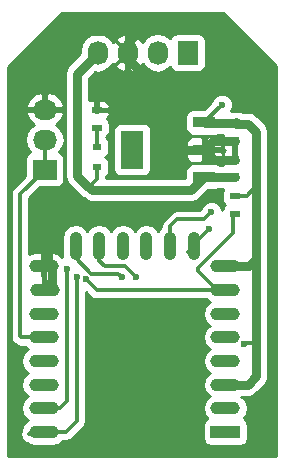
<source format=gbr>
G04 #@! TF.FileFunction,Copper,L1,Top,Signal*
%FSLAX46Y46*%
G04 Gerber Fmt 4.6, Leading zero omitted, Abs format (unit mm)*
G04 Created by KiCad (PCBNEW 4.0.4+e1-6308~48~ubuntu16.04.1-stable) date Tue Nov 22 20:54:20 2016*
%MOMM*%
%LPD*%
G01*
G04 APERTURE LIST*
%ADD10C,0.100000*%
%ADD11R,2.500000X1.100000*%
%ADD12O,2.500000X1.100000*%
%ADD13O,1.100000X2.400000*%
%ADD14R,1.900000X0.950000*%
%ADD15R,1.900000X3.250000*%
%ADD16R,0.750000X0.800000*%
%ADD17R,0.800000X0.600000*%
%ADD18R,1.727200X2.032000*%
%ADD19O,1.727200X2.032000*%
%ADD20R,0.900000X0.500000*%
%ADD21R,2.032000X1.727200*%
%ADD22O,2.032000X1.727200*%
%ADD23C,0.600000*%
%ADD24C,0.760000*%
%ADD25C,0.350000*%
%ADD26C,0.300000*%
%ADD27C,0.254000*%
G04 APERTURE END LIST*
D10*
D11*
X166000000Y-92300000D03*
D12*
X166000000Y-90300000D03*
X166000000Y-88300000D03*
X166000000Y-86300000D03*
X166000000Y-84300000D03*
X166000000Y-82300000D03*
X166000000Y-80300000D03*
X166000000Y-78300000D03*
D13*
X163310000Y-76550000D03*
X161310000Y-76550000D03*
X159310000Y-76550000D03*
X157310000Y-76550000D03*
X155310000Y-76550000D03*
X153310000Y-76550000D03*
D12*
X150600000Y-78300000D03*
X150700000Y-80300000D03*
X150600000Y-82300000D03*
X150600000Y-84300000D03*
X150600000Y-86300000D03*
X150600000Y-88300000D03*
X150600000Y-90300000D03*
X150600000Y-92300000D03*
D14*
X164200000Y-68400000D03*
X164200000Y-66100000D03*
X164200000Y-70700000D03*
D15*
X158100000Y-68400000D03*
D16*
X166800000Y-70750000D03*
X166800000Y-69250000D03*
X166800000Y-66150000D03*
X166800000Y-67650000D03*
D17*
X155100000Y-68150000D03*
X155100000Y-69850000D03*
D18*
X162800000Y-60200000D03*
D19*
X160260000Y-60200000D03*
X157720000Y-60200000D03*
X155180000Y-60200000D03*
D20*
X155100000Y-66550000D03*
X155100000Y-65050000D03*
X166800000Y-72350000D03*
X166800000Y-73850000D03*
D21*
X150700000Y-70100000D03*
D22*
X150700000Y-67560000D03*
X150700000Y-65020000D03*
D23*
X168000000Y-61600000D03*
X151000000Y-74900000D03*
X167600000Y-84900000D03*
X165700000Y-64600000D03*
X164600000Y-75100000D03*
X158400000Y-79200000D03*
X157200000Y-79200000D03*
X164800000Y-73700000D03*
X154200000Y-79400000D03*
X152600000Y-78500000D03*
X153400000Y-79200000D03*
D24*
X154450000Y-71550000D02*
X154350000Y-71550000D01*
X154350000Y-71550000D02*
X153400000Y-70600000D01*
X153400000Y-70600000D02*
X153400000Y-61980000D01*
X153400000Y-61980000D02*
X155180000Y-60200000D01*
D25*
X155100000Y-69850000D02*
X155100000Y-70900000D01*
X155100000Y-70900000D02*
X154450000Y-71550000D01*
D24*
X164200000Y-70700000D02*
X164250000Y-70750000D01*
X164250000Y-70750000D02*
X166800000Y-70750000D01*
X154450000Y-71550000D02*
X154700000Y-71800000D01*
X154700000Y-71800000D02*
X163100000Y-71800000D01*
X163100000Y-71800000D02*
X164200000Y-70700000D01*
X157720000Y-60200000D02*
X157720000Y-60720000D01*
X157720000Y-60720000D02*
X161200000Y-64200000D01*
X162200000Y-68400000D02*
X164200000Y-68400000D01*
X161200000Y-67400000D02*
X162200000Y-68400000D01*
X161200000Y-64200000D02*
X161200000Y-67400000D01*
D25*
X155100000Y-65050000D02*
X155100000Y-62820000D01*
X155100000Y-62820000D02*
X157720000Y-60200000D01*
D24*
X157720000Y-60200000D02*
X157720000Y-59280000D01*
X157720000Y-59280000D02*
X159400000Y-57600000D01*
X164000000Y-57600000D02*
X168000000Y-61600000D01*
X159400000Y-57600000D02*
X164000000Y-57600000D01*
D25*
X150700000Y-65020000D02*
X150700000Y-60700000D01*
X150700000Y-60700000D02*
X152800000Y-58600000D01*
X152800000Y-58600000D02*
X156120000Y-58600000D01*
X156120000Y-58600000D02*
X157720000Y-60200000D01*
D24*
X151300000Y-80300000D02*
X151300000Y-78300000D01*
X151300000Y-78300000D02*
X151000000Y-78000000D01*
X151000000Y-78000000D02*
X151000000Y-74900000D01*
X164200000Y-68400000D02*
X165050000Y-69250000D01*
X165050000Y-69250000D02*
X166800000Y-69250000D01*
X164200000Y-68400000D02*
X164950000Y-67650000D01*
X164950000Y-67650000D02*
X166800000Y-67650000D01*
D26*
X167700000Y-84800000D02*
X168600000Y-84800000D01*
X167600000Y-84900000D02*
X167700000Y-84800000D01*
D25*
X166800000Y-72350000D02*
X166850000Y-72300000D01*
X166850000Y-72300000D02*
X167800000Y-72300000D01*
X167800000Y-72300000D02*
X168600000Y-71500000D01*
D24*
X168600000Y-77700000D02*
X168600000Y-71500000D01*
X168600000Y-71500000D02*
X168600000Y-67100000D01*
X167900000Y-66200000D02*
X166850000Y-66200000D01*
X168600000Y-66900000D02*
X167900000Y-66200000D01*
X168600000Y-67100000D02*
X168600000Y-66900000D01*
X166850000Y-66200000D02*
X166800000Y-66150000D01*
D25*
X165700000Y-64600000D02*
X164200000Y-66100000D01*
D24*
X168600000Y-77500000D02*
X168600000Y-84800000D01*
X168600000Y-84800000D02*
X168600000Y-87350000D01*
X167900000Y-88300000D02*
X165300000Y-88300000D01*
X168600000Y-87600000D02*
X167900000Y-88300000D01*
X168600000Y-87350000D02*
X168600000Y-87600000D01*
X165300000Y-78300000D02*
X168000000Y-78300000D01*
X168600000Y-77700000D02*
X168600000Y-77500000D01*
X168000000Y-78300000D02*
X168600000Y-77700000D01*
X166850000Y-66100000D02*
X166800000Y-66150000D01*
X164200000Y-66100000D02*
X164250000Y-66150000D01*
X164250000Y-66150000D02*
X166800000Y-66150000D01*
X165300000Y-88300000D02*
X165400000Y-88400000D01*
D26*
X164600000Y-75100000D02*
X163310000Y-76390000D01*
X163310000Y-76390000D02*
X163310000Y-76550000D01*
X162800000Y-77060000D02*
X163310000Y-76550000D01*
X155310000Y-77810000D02*
X155310000Y-76550000D01*
X155800000Y-78300000D02*
X155310000Y-77810000D01*
X157500000Y-78300000D02*
X155800000Y-78300000D01*
X158400000Y-79200000D02*
X157500000Y-78300000D01*
X155500000Y-76740000D02*
X155310000Y-76550000D01*
X155310000Y-76550000D02*
X155200000Y-76440000D01*
X153310000Y-76550000D02*
X153310000Y-77610000D01*
X153310000Y-77610000D02*
X154600000Y-78900000D01*
X156900000Y-78900000D02*
X157200000Y-79200000D01*
X154600000Y-78900000D02*
X156900000Y-78900000D01*
X153500000Y-76740000D02*
X153310000Y-76550000D01*
X161310000Y-74890000D02*
X161310000Y-76550000D01*
X161900000Y-74300000D02*
X161310000Y-74890000D01*
X164200000Y-74300000D02*
X161900000Y-74300000D01*
X164800000Y-73700000D02*
X164200000Y-74300000D01*
X161310000Y-76550000D02*
X161100000Y-76760000D01*
X161310000Y-76550000D02*
X161300000Y-76540000D01*
X165300000Y-80300000D02*
X155100000Y-80300000D01*
X155100000Y-80300000D02*
X154200000Y-79400000D01*
D25*
X165300000Y-80300000D02*
X163700000Y-78700000D01*
X166600000Y-75500000D02*
X166600000Y-74050000D01*
X163700000Y-78400000D02*
X166600000Y-75500000D01*
X163700000Y-78700000D02*
X163700000Y-78400000D01*
X166600000Y-74050000D02*
X166800000Y-73850000D01*
X155100000Y-66550000D02*
X155100000Y-68150000D01*
D26*
X150700000Y-70100000D02*
X150700000Y-67560000D01*
X151300000Y-84300000D02*
X148700000Y-84300000D01*
X148600000Y-72200000D02*
X150700000Y-70100000D01*
X148600000Y-84200000D02*
X148600000Y-72200000D01*
X148700000Y-84300000D02*
X148600000Y-84200000D01*
X151300000Y-90300000D02*
X152000000Y-90300000D01*
X152600000Y-89700000D02*
X152600000Y-78500000D01*
X152000000Y-90300000D02*
X152600000Y-89700000D01*
X151400000Y-90200000D02*
X151300000Y-90300000D01*
X151300000Y-92300000D02*
X152500000Y-92300000D01*
X153400000Y-91400000D02*
X153400000Y-79200000D01*
X152500000Y-92300000D02*
X153400000Y-91400000D01*
X151400000Y-92400000D02*
X151300000Y-92300000D01*
X151300000Y-92300000D02*
X151100000Y-92500000D01*
X151100000Y-92500000D02*
X149400000Y-92500000D01*
D27*
G36*
X170290000Y-61294091D02*
X170290000Y-94373000D01*
X147610000Y-94373000D01*
X147610000Y-72200000D01*
X147815000Y-72200000D01*
X147815000Y-84200000D01*
X147874755Y-84500407D01*
X148044921Y-84755079D01*
X148144921Y-84855079D01*
X148399593Y-85025245D01*
X148700000Y-85085000D01*
X148989788Y-85085000D01*
X149025149Y-85137922D01*
X149267717Y-85300000D01*
X149025149Y-85462078D01*
X148768274Y-85846520D01*
X148678071Y-86300000D01*
X148768274Y-86753480D01*
X149025149Y-87137922D01*
X149267717Y-87300000D01*
X149025149Y-87462078D01*
X148768274Y-87846520D01*
X148678071Y-88300000D01*
X148768274Y-88753480D01*
X149025149Y-89137922D01*
X149267717Y-89300000D01*
X149025149Y-89462078D01*
X148768274Y-89846520D01*
X148678071Y-90300000D01*
X148768274Y-90753480D01*
X149025149Y-91137922D01*
X149267717Y-91300000D01*
X149025149Y-91462078D01*
X148768274Y-91846520D01*
X148707914Y-92149967D01*
X148674755Y-92199594D01*
X148615000Y-92500000D01*
X148674755Y-92800406D01*
X148844921Y-93055079D01*
X149099594Y-93225245D01*
X149179679Y-93241175D01*
X149409591Y-93394797D01*
X149863071Y-93485000D01*
X151336929Y-93485000D01*
X151790409Y-93394797D01*
X152174851Y-93137922D01*
X152210212Y-93085000D01*
X152500000Y-93085000D01*
X152800407Y-93025245D01*
X153055079Y-92855079D01*
X153955079Y-91955079D01*
X154125245Y-91700407D01*
X154185000Y-91400000D01*
X154185000Y-80495158D01*
X154544921Y-80855079D01*
X154799593Y-81025245D01*
X155100000Y-81085000D01*
X164389788Y-81085000D01*
X164425149Y-81137922D01*
X164667717Y-81300000D01*
X164425149Y-81462078D01*
X164168274Y-81846520D01*
X164078071Y-82300000D01*
X164168274Y-82753480D01*
X164425149Y-83137922D01*
X164667717Y-83300000D01*
X164425149Y-83462078D01*
X164168274Y-83846520D01*
X164078071Y-84300000D01*
X164168274Y-84753480D01*
X164425149Y-85137922D01*
X164667717Y-85300000D01*
X164425149Y-85462078D01*
X164168274Y-85846520D01*
X164078071Y-86300000D01*
X164168274Y-86753480D01*
X164425149Y-87137922D01*
X164667717Y-87300000D01*
X164425149Y-87462078D01*
X164168274Y-87846520D01*
X164078071Y-88300000D01*
X164168274Y-88753480D01*
X164425149Y-89137922D01*
X164667717Y-89300000D01*
X164425149Y-89462078D01*
X164168274Y-89846520D01*
X164078071Y-90300000D01*
X164168274Y-90753480D01*
X164425149Y-91137922D01*
X164475871Y-91171813D01*
X164298559Y-91285910D01*
X164153569Y-91498110D01*
X164102560Y-91750000D01*
X164102560Y-92850000D01*
X164146838Y-93085317D01*
X164285910Y-93301441D01*
X164498110Y-93446431D01*
X164750000Y-93497440D01*
X167250000Y-93497440D01*
X167485317Y-93453162D01*
X167701441Y-93314090D01*
X167846431Y-93101890D01*
X167897440Y-92850000D01*
X167897440Y-91750000D01*
X167853162Y-91514683D01*
X167714090Y-91298559D01*
X167526385Y-91170306D01*
X167574851Y-91137922D01*
X167831726Y-90753480D01*
X167921929Y-90300000D01*
X167831726Y-89846520D01*
X167574851Y-89462078D01*
X167354732Y-89315000D01*
X167900000Y-89315000D01*
X168288424Y-89237738D01*
X168617713Y-89017713D01*
X169317713Y-88317714D01*
X169537738Y-87988424D01*
X169565964Y-87846520D01*
X169615000Y-87600000D01*
X169615000Y-66900000D01*
X169537738Y-66511576D01*
X169469849Y-66409973D01*
X169317713Y-66182286D01*
X168617713Y-65482287D01*
X168288424Y-65262262D01*
X167900000Y-65185000D01*
X167472891Y-65185000D01*
X167426890Y-65153569D01*
X167175000Y-65102560D01*
X166938280Y-65102560D01*
X166850000Y-65085000D01*
X166761720Y-65102560D01*
X166503722Y-65102560D01*
X166634838Y-64786799D01*
X166635162Y-64414833D01*
X166493117Y-64071057D01*
X166230327Y-63807808D01*
X165886799Y-63665162D01*
X165514833Y-63664838D01*
X165171057Y-63806883D01*
X164907808Y-64069673D01*
X164782116Y-64372371D01*
X164176928Y-64977560D01*
X163250000Y-64977560D01*
X163014683Y-65021838D01*
X162798559Y-65160910D01*
X162653569Y-65373110D01*
X162602560Y-65625000D01*
X162602560Y-66575000D01*
X162646838Y-66810317D01*
X162785910Y-67026441D01*
X162998110Y-67171431D01*
X163250000Y-67222440D01*
X165150000Y-67222440D01*
X165385317Y-67178162D01*
X165405771Y-67165000D01*
X165790000Y-67165000D01*
X165790000Y-67364250D01*
X165948750Y-67523000D01*
X166673000Y-67523000D01*
X166673000Y-67503000D01*
X166927000Y-67503000D01*
X166927000Y-67523000D01*
X166947000Y-67523000D01*
X166947000Y-67777000D01*
X166927000Y-67777000D01*
X166927000Y-69123000D01*
X166947000Y-69123000D01*
X166947000Y-69377000D01*
X166927000Y-69377000D01*
X166927000Y-69397000D01*
X166673000Y-69397000D01*
X166673000Y-69377000D01*
X165948750Y-69377000D01*
X165790000Y-69535750D01*
X165790000Y-69735000D01*
X165557657Y-69735000D01*
X165401890Y-69628569D01*
X165150000Y-69577560D01*
X163250000Y-69577560D01*
X163014683Y-69621838D01*
X162798559Y-69760910D01*
X162653569Y-69973110D01*
X162602560Y-70225000D01*
X162602560Y-70785000D01*
X155910000Y-70785000D01*
X155910000Y-70640757D01*
X155951441Y-70614090D01*
X156096431Y-70401890D01*
X156147440Y-70150000D01*
X156147440Y-69550000D01*
X156103162Y-69314683D01*
X155964090Y-69098559D01*
X155818917Y-68999367D01*
X155951441Y-68914090D01*
X156096431Y-68701890D01*
X156147440Y-68450000D01*
X156147440Y-67850000D01*
X156103162Y-67614683D01*
X155964090Y-67398559D01*
X155910000Y-67361601D01*
X155910000Y-67322931D01*
X156001441Y-67264090D01*
X156146431Y-67051890D01*
X156197440Y-66800000D01*
X156197440Y-66775000D01*
X156502560Y-66775000D01*
X156502560Y-70025000D01*
X156546838Y-70260317D01*
X156685910Y-70476441D01*
X156898110Y-70621431D01*
X157150000Y-70672440D01*
X159050000Y-70672440D01*
X159285317Y-70628162D01*
X159501441Y-70489090D01*
X159646431Y-70276890D01*
X159697440Y-70025000D01*
X159697440Y-68685750D01*
X162615000Y-68685750D01*
X162615000Y-69001309D01*
X162711673Y-69234698D01*
X162890301Y-69413327D01*
X163123690Y-69510000D01*
X163914250Y-69510000D01*
X164073000Y-69351250D01*
X164073000Y-68527000D01*
X164327000Y-68527000D01*
X164327000Y-69351250D01*
X164485750Y-69510000D01*
X165276310Y-69510000D01*
X165509699Y-69413327D01*
X165688327Y-69234698D01*
X165785000Y-69001309D01*
X165785000Y-68685750D01*
X165626250Y-68527000D01*
X164327000Y-68527000D01*
X164073000Y-68527000D01*
X162773750Y-68527000D01*
X162615000Y-68685750D01*
X159697440Y-68685750D01*
X159697440Y-67798691D01*
X162615000Y-67798691D01*
X162615000Y-68114250D01*
X162773750Y-68273000D01*
X164073000Y-68273000D01*
X164073000Y-67448750D01*
X164327000Y-67448750D01*
X164327000Y-68273000D01*
X165626250Y-68273000D01*
X165785000Y-68114250D01*
X165785000Y-67935750D01*
X165790000Y-67935750D01*
X165790000Y-68176309D01*
X165886673Y-68409698D01*
X165926975Y-68450000D01*
X165886673Y-68490302D01*
X165790000Y-68723691D01*
X165790000Y-68964250D01*
X165948750Y-69123000D01*
X166673000Y-69123000D01*
X166673000Y-67777000D01*
X165948750Y-67777000D01*
X165790000Y-67935750D01*
X165785000Y-67935750D01*
X165785000Y-67798691D01*
X165688327Y-67565302D01*
X165509699Y-67386673D01*
X165276310Y-67290000D01*
X164485750Y-67290000D01*
X164327000Y-67448750D01*
X164073000Y-67448750D01*
X163914250Y-67290000D01*
X163123690Y-67290000D01*
X162890301Y-67386673D01*
X162711673Y-67565302D01*
X162615000Y-67798691D01*
X159697440Y-67798691D01*
X159697440Y-66775000D01*
X159653162Y-66539683D01*
X159514090Y-66323559D01*
X159301890Y-66178569D01*
X159050000Y-66127560D01*
X157150000Y-66127560D01*
X156914683Y-66171838D01*
X156698559Y-66310910D01*
X156553569Y-66523110D01*
X156502560Y-66775000D01*
X156197440Y-66775000D01*
X156197440Y-66300000D01*
X156153162Y-66064683D01*
X156014090Y-65848559D01*
X155945994Y-65802031D01*
X156088327Y-65659698D01*
X156185000Y-65426309D01*
X156185000Y-65333750D01*
X156026250Y-65175000D01*
X155227000Y-65175000D01*
X155227000Y-65197000D01*
X154973000Y-65197000D01*
X154973000Y-65175000D01*
X154953000Y-65175000D01*
X154953000Y-64925000D01*
X154973000Y-64925000D01*
X154973000Y-64323750D01*
X155227000Y-64323750D01*
X155227000Y-64925000D01*
X156026250Y-64925000D01*
X156185000Y-64766250D01*
X156185000Y-64673691D01*
X156088327Y-64440302D01*
X155909699Y-64261673D01*
X155676310Y-64165000D01*
X155385750Y-64165000D01*
X155227000Y-64323750D01*
X154973000Y-64323750D01*
X154814250Y-64165000D01*
X154523690Y-64165000D01*
X154415000Y-64210021D01*
X154415000Y-62400426D01*
X154973213Y-61842213D01*
X155180000Y-61883345D01*
X155753489Y-61769271D01*
X156239670Y-61444415D01*
X156446461Y-61134931D01*
X156817964Y-61550732D01*
X157345209Y-61804709D01*
X157360974Y-61807358D01*
X157593000Y-61686217D01*
X157593000Y-60327000D01*
X157573000Y-60327000D01*
X157573000Y-60073000D01*
X157593000Y-60073000D01*
X157593000Y-58713783D01*
X157847000Y-58713783D01*
X157847000Y-60073000D01*
X157867000Y-60073000D01*
X157867000Y-60327000D01*
X157847000Y-60327000D01*
X157847000Y-61686217D01*
X158079026Y-61807358D01*
X158094791Y-61804709D01*
X158622036Y-61550732D01*
X158993539Y-61134931D01*
X159200330Y-61444415D01*
X159686511Y-61769271D01*
X160260000Y-61883345D01*
X160833489Y-61769271D01*
X161319670Y-61444415D01*
X161329243Y-61430087D01*
X161333238Y-61451317D01*
X161472310Y-61667441D01*
X161684510Y-61812431D01*
X161936400Y-61863440D01*
X163663600Y-61863440D01*
X163898917Y-61819162D01*
X164115041Y-61680090D01*
X164260031Y-61467890D01*
X164311040Y-61216000D01*
X164311040Y-59184000D01*
X164266762Y-58948683D01*
X164127690Y-58732559D01*
X163915490Y-58587569D01*
X163663600Y-58536560D01*
X161936400Y-58536560D01*
X161701083Y-58580838D01*
X161484959Y-58719910D01*
X161339969Y-58932110D01*
X161331600Y-58973439D01*
X161319670Y-58955585D01*
X160833489Y-58630729D01*
X160260000Y-58516655D01*
X159686511Y-58630729D01*
X159200330Y-58955585D01*
X158993539Y-59265069D01*
X158622036Y-58849268D01*
X158094791Y-58595291D01*
X158079026Y-58592642D01*
X157847000Y-58713783D01*
X157593000Y-58713783D01*
X157360974Y-58592642D01*
X157345209Y-58595291D01*
X156817964Y-58849268D01*
X156446461Y-59265069D01*
X156239670Y-58955585D01*
X155753489Y-58630729D01*
X155180000Y-58516655D01*
X154606511Y-58630729D01*
X154120330Y-58955585D01*
X153795474Y-59441766D01*
X153681400Y-60015255D01*
X153681400Y-60263174D01*
X152682287Y-61262287D01*
X152462262Y-61591576D01*
X152385000Y-61980000D01*
X152385000Y-70600000D01*
X152457324Y-70963600D01*
X152462262Y-70988424D01*
X152682287Y-71317713D01*
X153632287Y-72267713D01*
X153933655Y-72469081D01*
X153982286Y-72517713D01*
X154195193Y-72659973D01*
X154311576Y-72737738D01*
X154700000Y-72815000D01*
X163100000Y-72815000D01*
X163488424Y-72737738D01*
X163817713Y-72517713D01*
X164512986Y-71822440D01*
X165150000Y-71822440D01*
X165385317Y-71778162D01*
X165405771Y-71765000D01*
X165810356Y-71765000D01*
X165753569Y-71848110D01*
X165702560Y-72100000D01*
X165702560Y-72600000D01*
X165746838Y-72835317D01*
X165885910Y-73051441D01*
X165955711Y-73099134D01*
X165898559Y-73135910D01*
X165753569Y-73348110D01*
X165724857Y-73489893D01*
X165593117Y-73171057D01*
X165330327Y-72907808D01*
X164986799Y-72765162D01*
X164614833Y-72764838D01*
X164271057Y-72906883D01*
X164007808Y-73169673D01*
X163865162Y-73513201D01*
X163865160Y-73515000D01*
X161900000Y-73515000D01*
X161599593Y-73574755D01*
X161344921Y-73744921D01*
X160754921Y-74334921D01*
X160584755Y-74589593D01*
X160562165Y-74703162D01*
X160525000Y-74890000D01*
X160525000Y-74990767D01*
X160472078Y-75026128D01*
X160310000Y-75268696D01*
X160147922Y-75026128D01*
X159763480Y-74769253D01*
X159310000Y-74679050D01*
X158856520Y-74769253D01*
X158472078Y-75026128D01*
X158310000Y-75268696D01*
X158147922Y-75026128D01*
X157763480Y-74769253D01*
X157310000Y-74679050D01*
X156856520Y-74769253D01*
X156472078Y-75026128D01*
X156310000Y-75268696D01*
X156147922Y-75026128D01*
X155763480Y-74769253D01*
X155310000Y-74679050D01*
X154856520Y-74769253D01*
X154472078Y-75026128D01*
X154310000Y-75268696D01*
X154147922Y-75026128D01*
X153763480Y-74769253D01*
X153310000Y-74679050D01*
X152856520Y-74769253D01*
X152472078Y-75026128D01*
X152215203Y-75410570D01*
X152125000Y-75864050D01*
X152125000Y-77235950D01*
X152179898Y-77511939D01*
X151870813Y-77253804D01*
X151427000Y-77115000D01*
X150727000Y-77115000D01*
X150727000Y-78173000D01*
X150747000Y-78173000D01*
X150747000Y-78427000D01*
X150727000Y-78427000D01*
X150727000Y-79485000D01*
X150827000Y-79485000D01*
X150827000Y-80173000D01*
X150847000Y-80173000D01*
X150847000Y-80427000D01*
X150827000Y-80427000D01*
X150827000Y-80447000D01*
X150573000Y-80447000D01*
X150573000Y-80427000D01*
X150553000Y-80427000D01*
X150553000Y-80173000D01*
X150573000Y-80173000D01*
X150573000Y-79115000D01*
X150473000Y-79115000D01*
X150473000Y-78427000D01*
X150453000Y-78427000D01*
X150453000Y-78173000D01*
X150473000Y-78173000D01*
X150473000Y-77115000D01*
X149773000Y-77115000D01*
X149385000Y-77236348D01*
X149385000Y-72525158D01*
X150299117Y-71611040D01*
X151716000Y-71611040D01*
X151951317Y-71566762D01*
X152167441Y-71427690D01*
X152312431Y-71215490D01*
X152363440Y-70963600D01*
X152363440Y-69236400D01*
X152319162Y-69001083D01*
X152180090Y-68784959D01*
X151967890Y-68639969D01*
X151926561Y-68631600D01*
X151944415Y-68619670D01*
X152269271Y-68133489D01*
X152383345Y-67560000D01*
X152269271Y-66986511D01*
X151944415Y-66500330D01*
X151634931Y-66293539D01*
X152050732Y-65922036D01*
X152304709Y-65394791D01*
X152307358Y-65379026D01*
X152186217Y-65147000D01*
X150827000Y-65147000D01*
X150827000Y-65167000D01*
X150573000Y-65167000D01*
X150573000Y-65147000D01*
X149213783Y-65147000D01*
X149092642Y-65379026D01*
X149095291Y-65394791D01*
X149349268Y-65922036D01*
X149765069Y-66293539D01*
X149455585Y-66500330D01*
X149130729Y-66986511D01*
X149016655Y-67560000D01*
X149130729Y-68133489D01*
X149455585Y-68619670D01*
X149469913Y-68629243D01*
X149448683Y-68633238D01*
X149232559Y-68772310D01*
X149087569Y-68984510D01*
X149036560Y-69236400D01*
X149036560Y-70653282D01*
X148044921Y-71644921D01*
X147874755Y-71899593D01*
X147846821Y-72040027D01*
X147815000Y-72200000D01*
X147610000Y-72200000D01*
X147610000Y-64660974D01*
X149092642Y-64660974D01*
X149213783Y-64893000D01*
X150573000Y-64893000D01*
X150573000Y-63679076D01*
X150827000Y-63679076D01*
X150827000Y-64893000D01*
X152186217Y-64893000D01*
X152307358Y-64660974D01*
X152304709Y-64645209D01*
X152050732Y-64117964D01*
X151614320Y-63728046D01*
X151061913Y-63534816D01*
X150827000Y-63679076D01*
X150573000Y-63679076D01*
X150338087Y-63534816D01*
X149785680Y-63728046D01*
X149349268Y-64117964D01*
X149095291Y-64645209D01*
X149092642Y-64660974D01*
X147610000Y-64660974D01*
X147610000Y-61394092D01*
X152194092Y-56810000D01*
X165805908Y-56810000D01*
X170290000Y-61294091D01*
X170290000Y-61294091D01*
G37*
X170290000Y-61294091D02*
X170290000Y-94373000D01*
X147610000Y-94373000D01*
X147610000Y-72200000D01*
X147815000Y-72200000D01*
X147815000Y-84200000D01*
X147874755Y-84500407D01*
X148044921Y-84755079D01*
X148144921Y-84855079D01*
X148399593Y-85025245D01*
X148700000Y-85085000D01*
X148989788Y-85085000D01*
X149025149Y-85137922D01*
X149267717Y-85300000D01*
X149025149Y-85462078D01*
X148768274Y-85846520D01*
X148678071Y-86300000D01*
X148768274Y-86753480D01*
X149025149Y-87137922D01*
X149267717Y-87300000D01*
X149025149Y-87462078D01*
X148768274Y-87846520D01*
X148678071Y-88300000D01*
X148768274Y-88753480D01*
X149025149Y-89137922D01*
X149267717Y-89300000D01*
X149025149Y-89462078D01*
X148768274Y-89846520D01*
X148678071Y-90300000D01*
X148768274Y-90753480D01*
X149025149Y-91137922D01*
X149267717Y-91300000D01*
X149025149Y-91462078D01*
X148768274Y-91846520D01*
X148707914Y-92149967D01*
X148674755Y-92199594D01*
X148615000Y-92500000D01*
X148674755Y-92800406D01*
X148844921Y-93055079D01*
X149099594Y-93225245D01*
X149179679Y-93241175D01*
X149409591Y-93394797D01*
X149863071Y-93485000D01*
X151336929Y-93485000D01*
X151790409Y-93394797D01*
X152174851Y-93137922D01*
X152210212Y-93085000D01*
X152500000Y-93085000D01*
X152800407Y-93025245D01*
X153055079Y-92855079D01*
X153955079Y-91955079D01*
X154125245Y-91700407D01*
X154185000Y-91400000D01*
X154185000Y-80495158D01*
X154544921Y-80855079D01*
X154799593Y-81025245D01*
X155100000Y-81085000D01*
X164389788Y-81085000D01*
X164425149Y-81137922D01*
X164667717Y-81300000D01*
X164425149Y-81462078D01*
X164168274Y-81846520D01*
X164078071Y-82300000D01*
X164168274Y-82753480D01*
X164425149Y-83137922D01*
X164667717Y-83300000D01*
X164425149Y-83462078D01*
X164168274Y-83846520D01*
X164078071Y-84300000D01*
X164168274Y-84753480D01*
X164425149Y-85137922D01*
X164667717Y-85300000D01*
X164425149Y-85462078D01*
X164168274Y-85846520D01*
X164078071Y-86300000D01*
X164168274Y-86753480D01*
X164425149Y-87137922D01*
X164667717Y-87300000D01*
X164425149Y-87462078D01*
X164168274Y-87846520D01*
X164078071Y-88300000D01*
X164168274Y-88753480D01*
X164425149Y-89137922D01*
X164667717Y-89300000D01*
X164425149Y-89462078D01*
X164168274Y-89846520D01*
X164078071Y-90300000D01*
X164168274Y-90753480D01*
X164425149Y-91137922D01*
X164475871Y-91171813D01*
X164298559Y-91285910D01*
X164153569Y-91498110D01*
X164102560Y-91750000D01*
X164102560Y-92850000D01*
X164146838Y-93085317D01*
X164285910Y-93301441D01*
X164498110Y-93446431D01*
X164750000Y-93497440D01*
X167250000Y-93497440D01*
X167485317Y-93453162D01*
X167701441Y-93314090D01*
X167846431Y-93101890D01*
X167897440Y-92850000D01*
X167897440Y-91750000D01*
X167853162Y-91514683D01*
X167714090Y-91298559D01*
X167526385Y-91170306D01*
X167574851Y-91137922D01*
X167831726Y-90753480D01*
X167921929Y-90300000D01*
X167831726Y-89846520D01*
X167574851Y-89462078D01*
X167354732Y-89315000D01*
X167900000Y-89315000D01*
X168288424Y-89237738D01*
X168617713Y-89017713D01*
X169317713Y-88317714D01*
X169537738Y-87988424D01*
X169565964Y-87846520D01*
X169615000Y-87600000D01*
X169615000Y-66900000D01*
X169537738Y-66511576D01*
X169469849Y-66409973D01*
X169317713Y-66182286D01*
X168617713Y-65482287D01*
X168288424Y-65262262D01*
X167900000Y-65185000D01*
X167472891Y-65185000D01*
X167426890Y-65153569D01*
X167175000Y-65102560D01*
X166938280Y-65102560D01*
X166850000Y-65085000D01*
X166761720Y-65102560D01*
X166503722Y-65102560D01*
X166634838Y-64786799D01*
X166635162Y-64414833D01*
X166493117Y-64071057D01*
X166230327Y-63807808D01*
X165886799Y-63665162D01*
X165514833Y-63664838D01*
X165171057Y-63806883D01*
X164907808Y-64069673D01*
X164782116Y-64372371D01*
X164176928Y-64977560D01*
X163250000Y-64977560D01*
X163014683Y-65021838D01*
X162798559Y-65160910D01*
X162653569Y-65373110D01*
X162602560Y-65625000D01*
X162602560Y-66575000D01*
X162646838Y-66810317D01*
X162785910Y-67026441D01*
X162998110Y-67171431D01*
X163250000Y-67222440D01*
X165150000Y-67222440D01*
X165385317Y-67178162D01*
X165405771Y-67165000D01*
X165790000Y-67165000D01*
X165790000Y-67364250D01*
X165948750Y-67523000D01*
X166673000Y-67523000D01*
X166673000Y-67503000D01*
X166927000Y-67503000D01*
X166927000Y-67523000D01*
X166947000Y-67523000D01*
X166947000Y-67777000D01*
X166927000Y-67777000D01*
X166927000Y-69123000D01*
X166947000Y-69123000D01*
X166947000Y-69377000D01*
X166927000Y-69377000D01*
X166927000Y-69397000D01*
X166673000Y-69397000D01*
X166673000Y-69377000D01*
X165948750Y-69377000D01*
X165790000Y-69535750D01*
X165790000Y-69735000D01*
X165557657Y-69735000D01*
X165401890Y-69628569D01*
X165150000Y-69577560D01*
X163250000Y-69577560D01*
X163014683Y-69621838D01*
X162798559Y-69760910D01*
X162653569Y-69973110D01*
X162602560Y-70225000D01*
X162602560Y-70785000D01*
X155910000Y-70785000D01*
X155910000Y-70640757D01*
X155951441Y-70614090D01*
X156096431Y-70401890D01*
X156147440Y-70150000D01*
X156147440Y-69550000D01*
X156103162Y-69314683D01*
X155964090Y-69098559D01*
X155818917Y-68999367D01*
X155951441Y-68914090D01*
X156096431Y-68701890D01*
X156147440Y-68450000D01*
X156147440Y-67850000D01*
X156103162Y-67614683D01*
X155964090Y-67398559D01*
X155910000Y-67361601D01*
X155910000Y-67322931D01*
X156001441Y-67264090D01*
X156146431Y-67051890D01*
X156197440Y-66800000D01*
X156197440Y-66775000D01*
X156502560Y-66775000D01*
X156502560Y-70025000D01*
X156546838Y-70260317D01*
X156685910Y-70476441D01*
X156898110Y-70621431D01*
X157150000Y-70672440D01*
X159050000Y-70672440D01*
X159285317Y-70628162D01*
X159501441Y-70489090D01*
X159646431Y-70276890D01*
X159697440Y-70025000D01*
X159697440Y-68685750D01*
X162615000Y-68685750D01*
X162615000Y-69001309D01*
X162711673Y-69234698D01*
X162890301Y-69413327D01*
X163123690Y-69510000D01*
X163914250Y-69510000D01*
X164073000Y-69351250D01*
X164073000Y-68527000D01*
X164327000Y-68527000D01*
X164327000Y-69351250D01*
X164485750Y-69510000D01*
X165276310Y-69510000D01*
X165509699Y-69413327D01*
X165688327Y-69234698D01*
X165785000Y-69001309D01*
X165785000Y-68685750D01*
X165626250Y-68527000D01*
X164327000Y-68527000D01*
X164073000Y-68527000D01*
X162773750Y-68527000D01*
X162615000Y-68685750D01*
X159697440Y-68685750D01*
X159697440Y-67798691D01*
X162615000Y-67798691D01*
X162615000Y-68114250D01*
X162773750Y-68273000D01*
X164073000Y-68273000D01*
X164073000Y-67448750D01*
X164327000Y-67448750D01*
X164327000Y-68273000D01*
X165626250Y-68273000D01*
X165785000Y-68114250D01*
X165785000Y-67935750D01*
X165790000Y-67935750D01*
X165790000Y-68176309D01*
X165886673Y-68409698D01*
X165926975Y-68450000D01*
X165886673Y-68490302D01*
X165790000Y-68723691D01*
X165790000Y-68964250D01*
X165948750Y-69123000D01*
X166673000Y-69123000D01*
X166673000Y-67777000D01*
X165948750Y-67777000D01*
X165790000Y-67935750D01*
X165785000Y-67935750D01*
X165785000Y-67798691D01*
X165688327Y-67565302D01*
X165509699Y-67386673D01*
X165276310Y-67290000D01*
X164485750Y-67290000D01*
X164327000Y-67448750D01*
X164073000Y-67448750D01*
X163914250Y-67290000D01*
X163123690Y-67290000D01*
X162890301Y-67386673D01*
X162711673Y-67565302D01*
X162615000Y-67798691D01*
X159697440Y-67798691D01*
X159697440Y-66775000D01*
X159653162Y-66539683D01*
X159514090Y-66323559D01*
X159301890Y-66178569D01*
X159050000Y-66127560D01*
X157150000Y-66127560D01*
X156914683Y-66171838D01*
X156698559Y-66310910D01*
X156553569Y-66523110D01*
X156502560Y-66775000D01*
X156197440Y-66775000D01*
X156197440Y-66300000D01*
X156153162Y-66064683D01*
X156014090Y-65848559D01*
X155945994Y-65802031D01*
X156088327Y-65659698D01*
X156185000Y-65426309D01*
X156185000Y-65333750D01*
X156026250Y-65175000D01*
X155227000Y-65175000D01*
X155227000Y-65197000D01*
X154973000Y-65197000D01*
X154973000Y-65175000D01*
X154953000Y-65175000D01*
X154953000Y-64925000D01*
X154973000Y-64925000D01*
X154973000Y-64323750D01*
X155227000Y-64323750D01*
X155227000Y-64925000D01*
X156026250Y-64925000D01*
X156185000Y-64766250D01*
X156185000Y-64673691D01*
X156088327Y-64440302D01*
X155909699Y-64261673D01*
X155676310Y-64165000D01*
X155385750Y-64165000D01*
X155227000Y-64323750D01*
X154973000Y-64323750D01*
X154814250Y-64165000D01*
X154523690Y-64165000D01*
X154415000Y-64210021D01*
X154415000Y-62400426D01*
X154973213Y-61842213D01*
X155180000Y-61883345D01*
X155753489Y-61769271D01*
X156239670Y-61444415D01*
X156446461Y-61134931D01*
X156817964Y-61550732D01*
X157345209Y-61804709D01*
X157360974Y-61807358D01*
X157593000Y-61686217D01*
X157593000Y-60327000D01*
X157573000Y-60327000D01*
X157573000Y-60073000D01*
X157593000Y-60073000D01*
X157593000Y-58713783D01*
X157847000Y-58713783D01*
X157847000Y-60073000D01*
X157867000Y-60073000D01*
X157867000Y-60327000D01*
X157847000Y-60327000D01*
X157847000Y-61686217D01*
X158079026Y-61807358D01*
X158094791Y-61804709D01*
X158622036Y-61550732D01*
X158993539Y-61134931D01*
X159200330Y-61444415D01*
X159686511Y-61769271D01*
X160260000Y-61883345D01*
X160833489Y-61769271D01*
X161319670Y-61444415D01*
X161329243Y-61430087D01*
X161333238Y-61451317D01*
X161472310Y-61667441D01*
X161684510Y-61812431D01*
X161936400Y-61863440D01*
X163663600Y-61863440D01*
X163898917Y-61819162D01*
X164115041Y-61680090D01*
X164260031Y-61467890D01*
X164311040Y-61216000D01*
X164311040Y-59184000D01*
X164266762Y-58948683D01*
X164127690Y-58732559D01*
X163915490Y-58587569D01*
X163663600Y-58536560D01*
X161936400Y-58536560D01*
X161701083Y-58580838D01*
X161484959Y-58719910D01*
X161339969Y-58932110D01*
X161331600Y-58973439D01*
X161319670Y-58955585D01*
X160833489Y-58630729D01*
X160260000Y-58516655D01*
X159686511Y-58630729D01*
X159200330Y-58955585D01*
X158993539Y-59265069D01*
X158622036Y-58849268D01*
X158094791Y-58595291D01*
X158079026Y-58592642D01*
X157847000Y-58713783D01*
X157593000Y-58713783D01*
X157360974Y-58592642D01*
X157345209Y-58595291D01*
X156817964Y-58849268D01*
X156446461Y-59265069D01*
X156239670Y-58955585D01*
X155753489Y-58630729D01*
X155180000Y-58516655D01*
X154606511Y-58630729D01*
X154120330Y-58955585D01*
X153795474Y-59441766D01*
X153681400Y-60015255D01*
X153681400Y-60263174D01*
X152682287Y-61262287D01*
X152462262Y-61591576D01*
X152385000Y-61980000D01*
X152385000Y-70600000D01*
X152457324Y-70963600D01*
X152462262Y-70988424D01*
X152682287Y-71317713D01*
X153632287Y-72267713D01*
X153933655Y-72469081D01*
X153982286Y-72517713D01*
X154195193Y-72659973D01*
X154311576Y-72737738D01*
X154700000Y-72815000D01*
X163100000Y-72815000D01*
X163488424Y-72737738D01*
X163817713Y-72517713D01*
X164512986Y-71822440D01*
X165150000Y-71822440D01*
X165385317Y-71778162D01*
X165405771Y-71765000D01*
X165810356Y-71765000D01*
X165753569Y-71848110D01*
X165702560Y-72100000D01*
X165702560Y-72600000D01*
X165746838Y-72835317D01*
X165885910Y-73051441D01*
X165955711Y-73099134D01*
X165898559Y-73135910D01*
X165753569Y-73348110D01*
X165724857Y-73489893D01*
X165593117Y-73171057D01*
X165330327Y-72907808D01*
X164986799Y-72765162D01*
X164614833Y-72764838D01*
X164271057Y-72906883D01*
X164007808Y-73169673D01*
X163865162Y-73513201D01*
X163865160Y-73515000D01*
X161900000Y-73515000D01*
X161599593Y-73574755D01*
X161344921Y-73744921D01*
X160754921Y-74334921D01*
X160584755Y-74589593D01*
X160562165Y-74703162D01*
X160525000Y-74890000D01*
X160525000Y-74990767D01*
X160472078Y-75026128D01*
X160310000Y-75268696D01*
X160147922Y-75026128D01*
X159763480Y-74769253D01*
X159310000Y-74679050D01*
X158856520Y-74769253D01*
X158472078Y-75026128D01*
X158310000Y-75268696D01*
X158147922Y-75026128D01*
X157763480Y-74769253D01*
X157310000Y-74679050D01*
X156856520Y-74769253D01*
X156472078Y-75026128D01*
X156310000Y-75268696D01*
X156147922Y-75026128D01*
X155763480Y-74769253D01*
X155310000Y-74679050D01*
X154856520Y-74769253D01*
X154472078Y-75026128D01*
X154310000Y-75268696D01*
X154147922Y-75026128D01*
X153763480Y-74769253D01*
X153310000Y-74679050D01*
X152856520Y-74769253D01*
X152472078Y-75026128D01*
X152215203Y-75410570D01*
X152125000Y-75864050D01*
X152125000Y-77235950D01*
X152179898Y-77511939D01*
X151870813Y-77253804D01*
X151427000Y-77115000D01*
X150727000Y-77115000D01*
X150727000Y-78173000D01*
X150747000Y-78173000D01*
X150747000Y-78427000D01*
X150727000Y-78427000D01*
X150727000Y-79485000D01*
X150827000Y-79485000D01*
X150827000Y-80173000D01*
X150847000Y-80173000D01*
X150847000Y-80427000D01*
X150827000Y-80427000D01*
X150827000Y-80447000D01*
X150573000Y-80447000D01*
X150573000Y-80427000D01*
X150553000Y-80427000D01*
X150553000Y-80173000D01*
X150573000Y-80173000D01*
X150573000Y-79115000D01*
X150473000Y-79115000D01*
X150473000Y-78427000D01*
X150453000Y-78427000D01*
X150453000Y-78173000D01*
X150473000Y-78173000D01*
X150473000Y-77115000D01*
X149773000Y-77115000D01*
X149385000Y-77236348D01*
X149385000Y-72525158D01*
X150299117Y-71611040D01*
X151716000Y-71611040D01*
X151951317Y-71566762D01*
X152167441Y-71427690D01*
X152312431Y-71215490D01*
X152363440Y-70963600D01*
X152363440Y-69236400D01*
X152319162Y-69001083D01*
X152180090Y-68784959D01*
X151967890Y-68639969D01*
X151926561Y-68631600D01*
X151944415Y-68619670D01*
X152269271Y-68133489D01*
X152383345Y-67560000D01*
X152269271Y-66986511D01*
X151944415Y-66500330D01*
X151634931Y-66293539D01*
X152050732Y-65922036D01*
X152304709Y-65394791D01*
X152307358Y-65379026D01*
X152186217Y-65147000D01*
X150827000Y-65147000D01*
X150827000Y-65167000D01*
X150573000Y-65167000D01*
X150573000Y-65147000D01*
X149213783Y-65147000D01*
X149092642Y-65379026D01*
X149095291Y-65394791D01*
X149349268Y-65922036D01*
X149765069Y-66293539D01*
X149455585Y-66500330D01*
X149130729Y-66986511D01*
X149016655Y-67560000D01*
X149130729Y-68133489D01*
X149455585Y-68619670D01*
X149469913Y-68629243D01*
X149448683Y-68633238D01*
X149232559Y-68772310D01*
X149087569Y-68984510D01*
X149036560Y-69236400D01*
X149036560Y-70653282D01*
X148044921Y-71644921D01*
X147874755Y-71899593D01*
X147846821Y-72040027D01*
X147815000Y-72200000D01*
X147610000Y-72200000D01*
X147610000Y-64660974D01*
X149092642Y-64660974D01*
X149213783Y-64893000D01*
X150573000Y-64893000D01*
X150573000Y-63679076D01*
X150827000Y-63679076D01*
X150827000Y-64893000D01*
X152186217Y-64893000D01*
X152307358Y-64660974D01*
X152304709Y-64645209D01*
X152050732Y-64117964D01*
X151614320Y-63728046D01*
X151061913Y-63534816D01*
X150827000Y-63679076D01*
X150573000Y-63679076D01*
X150338087Y-63534816D01*
X149785680Y-63728046D01*
X149349268Y-64117964D01*
X149095291Y-64645209D01*
X149092642Y-64660974D01*
X147610000Y-64660974D01*
X147610000Y-61394092D01*
X152194092Y-56810000D01*
X165805908Y-56810000D01*
X170290000Y-61294091D01*
M02*

</source>
